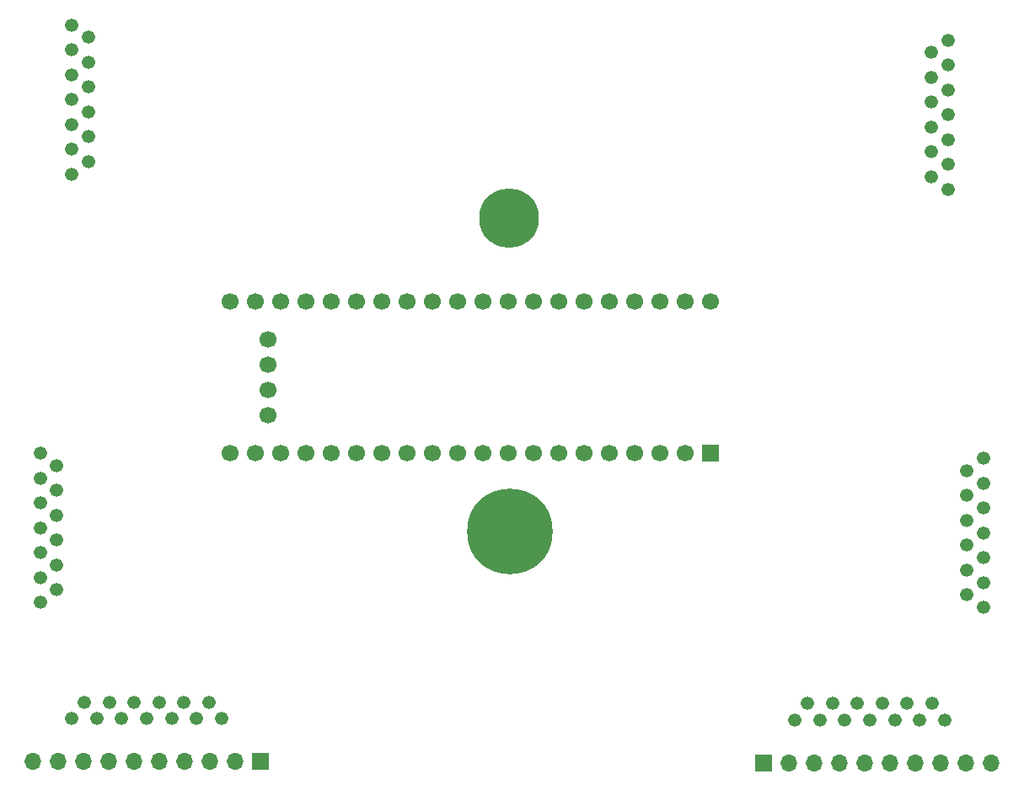
<source format=gbs>
G04 #@! TF.GenerationSoftware,KiCad,Pcbnew,(6.0.1-0)*
G04 #@! TF.CreationDate,2022-08-05T19:05:08-07:00*
G04 #@! TF.ProjectId,kint,6b696e74-2e6b-4696-9361-645f70636258,rev?*
G04 #@! TF.SameCoordinates,Original*
G04 #@! TF.FileFunction,Soldermask,Bot*
G04 #@! TF.FilePolarity,Negative*
%FSLAX46Y46*%
G04 Gerber Fmt 4.6, Leading zero omitted, Abs format (unit mm)*
G04 Created by KiCad (PCBNEW (6.0.1-0)) date 2022-08-05 19:05:08*
%MOMM*%
%LPD*%
G01*
G04 APERTURE LIST*
%ADD10C,6.000000*%
%ADD11C,8.600000*%
%ADD12C,1.327000*%
%ADD13R,1.700000X1.700000*%
%ADD14O,1.700000X1.700000*%
%ADD15C,1.700000*%
G04 APERTURE END LIST*
D10*
X148463000Y-86487000D03*
D11*
X148501100Y-118003600D03*
D12*
X101346000Y-110102000D03*
X102996000Y-111352000D03*
X101346000Y-112602000D03*
X102996000Y-113852000D03*
X101346000Y-115102000D03*
X102996000Y-116352000D03*
X101346000Y-117602000D03*
X102996000Y-118852000D03*
X101346000Y-120102000D03*
X102996000Y-121352000D03*
X101346000Y-122602000D03*
X102996000Y-123852000D03*
X101346000Y-125102000D03*
X104521000Y-67049000D03*
X106171000Y-68299000D03*
X104521000Y-69549000D03*
X106171000Y-70799000D03*
X104521000Y-72049000D03*
X106171000Y-73299000D03*
X104521000Y-74549000D03*
X106171000Y-75799000D03*
X104521000Y-77049000D03*
X106171000Y-78299000D03*
X104521000Y-79549000D03*
X106171000Y-80799000D03*
X104521000Y-82049000D03*
X196088000Y-125610000D03*
X194438000Y-124360000D03*
X196088000Y-123110000D03*
X194438000Y-121860000D03*
X196088000Y-120610000D03*
X194438000Y-119360000D03*
X196088000Y-118110000D03*
X194438000Y-116860000D03*
X196088000Y-115610000D03*
X194438000Y-114360000D03*
X196088000Y-113110000D03*
X194438000Y-111860000D03*
X196088000Y-110610000D03*
X192532000Y-83573000D03*
X190882000Y-82323000D03*
X192532000Y-81073000D03*
X190882000Y-79823000D03*
X192532000Y-78573000D03*
X190882000Y-77323000D03*
X192532000Y-76073000D03*
X190882000Y-74823000D03*
X192532000Y-73573000D03*
X190882000Y-72323000D03*
X192532000Y-71073000D03*
X190882000Y-69823000D03*
X192532000Y-68573000D03*
X104514000Y-136779000D03*
X105764000Y-135129000D03*
X107014000Y-136779000D03*
X108264000Y-135129000D03*
X109514000Y-136779000D03*
X110764000Y-135129000D03*
X112014000Y-136779000D03*
X113264000Y-135129000D03*
X114514000Y-136779000D03*
X115764000Y-135129000D03*
X117014000Y-136779000D03*
X118264000Y-135129000D03*
X119514000Y-136779000D03*
X177158000Y-136906000D03*
X178408000Y-135256000D03*
X179658000Y-136906000D03*
X180908000Y-135256000D03*
X182158000Y-136906000D03*
X183408000Y-135256000D03*
X184658000Y-136906000D03*
X185908000Y-135256000D03*
X187158000Y-136906000D03*
X188408000Y-135256000D03*
X189658000Y-136906000D03*
X190908000Y-135256000D03*
X192158000Y-136906000D03*
D13*
X173995000Y-141224000D03*
D14*
X176535000Y-141224000D03*
X179075000Y-141224000D03*
X181615000Y-141224000D03*
X184155000Y-141224000D03*
X186695000Y-141224000D03*
X189235000Y-141224000D03*
X191775000Y-141224000D03*
X194315000Y-141224000D03*
X196855000Y-141224000D03*
D13*
X123444000Y-141097000D03*
D14*
X120904000Y-141097000D03*
X118364000Y-141097000D03*
X115824000Y-141097000D03*
X113284000Y-141097000D03*
X110744000Y-141097000D03*
X108204000Y-141097000D03*
X105664000Y-141097000D03*
X103124000Y-141097000D03*
X100584000Y-141097000D03*
D13*
X168630000Y-110120000D03*
D15*
X166090000Y-110120000D03*
X163550000Y-110120000D03*
X161010000Y-110120000D03*
X158470000Y-110120000D03*
X155930000Y-110120000D03*
X153390000Y-110120000D03*
X150850000Y-110120000D03*
X148310000Y-110120000D03*
X145770000Y-110120000D03*
X143230000Y-110120000D03*
X140690000Y-110120000D03*
X138150000Y-110120000D03*
X135610000Y-110120000D03*
X133070000Y-110120000D03*
X130530000Y-110120000D03*
X127990000Y-110120000D03*
X125450000Y-110120000D03*
X122910000Y-110120000D03*
X120370000Y-110120000D03*
X120370000Y-94880000D03*
X122910000Y-94880000D03*
X125450000Y-94880000D03*
X127990000Y-94880000D03*
X130530000Y-94880000D03*
X133070000Y-94880000D03*
X135610000Y-94880000D03*
X138150000Y-94880000D03*
X140690000Y-94880000D03*
X143230000Y-94880000D03*
X145770000Y-94880000D03*
X148310000Y-94880000D03*
X150850000Y-94880000D03*
X153390000Y-94880000D03*
X155930000Y-94880000D03*
X158470000Y-94880000D03*
X161010000Y-94880000D03*
X163550000Y-94880000D03*
X166090000Y-94880000D03*
X168630000Y-94880000D03*
X124181000Y-98688000D03*
X124181000Y-101228000D03*
X124181000Y-103768000D03*
X124181000Y-106308000D03*
M02*

</source>
